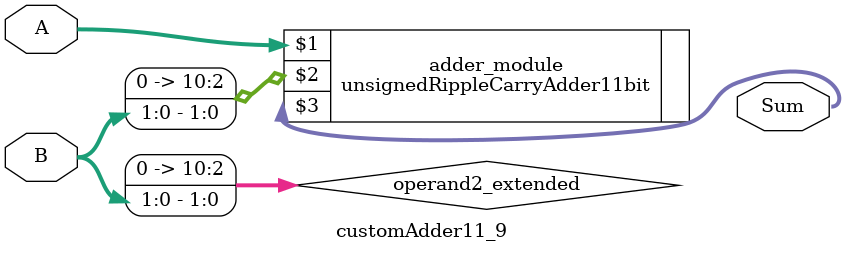
<source format=v>

module customAdder11_9(
                    input [10 : 0] A,
                    input [1 : 0] B,
                    
                    output [11 : 0] Sum
            );

    wire [10 : 0] operand2_extended;
    
    assign operand2_extended =  {9'b0, B};
    
    unsignedRippleCarryAdder11bit adder_module(
        A,
        operand2_extended,
        Sum
    );
    
endmodule
        
</source>
